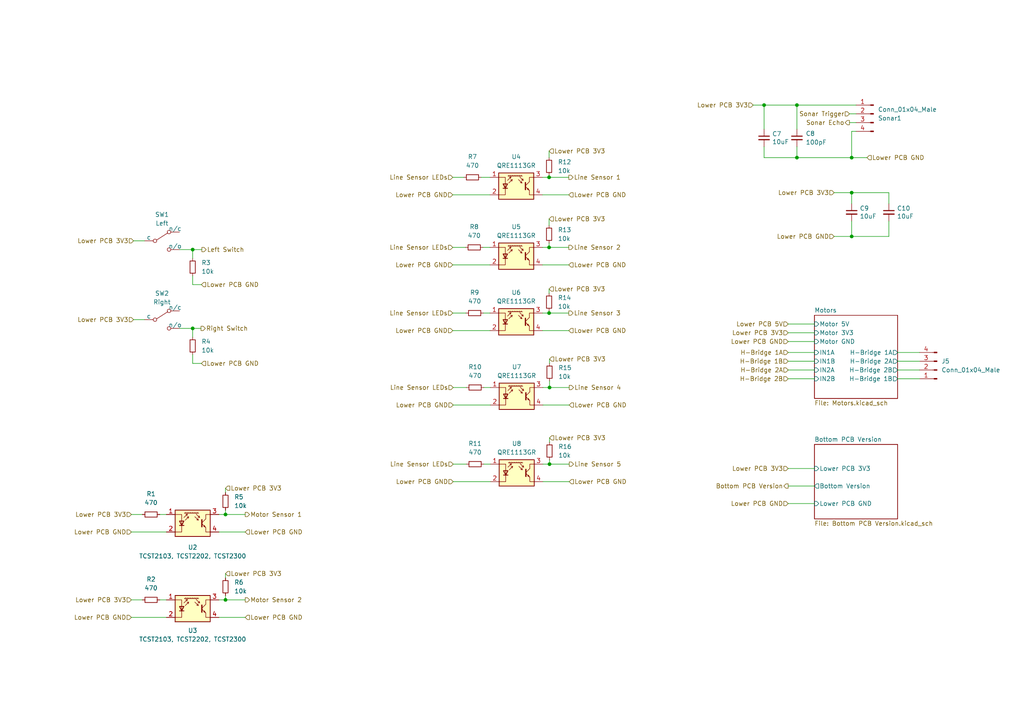
<source format=kicad_sch>
(kicad_sch (version 20210621) (generator eeschema)
  (paper "A4")
  (title_block (title "Swarmbot") (date "2021-11-21") (rev "0.2") (company "Squashed Fly") (comment 1 "Design by Philip McGaw"))
  (lib_symbols
    (symbol "Connector:Conn_01x04_Male" (pin_names (offset 1.016) hide)
      (property "Reference" "J" (at 0 5.08 0))
      (property "Value" "Conn_01x04_Male" (at 0 -7.62 0))
      (symbol "Conn_01x04_Male_1_1"
        (polyline (pts (xy 1.27 -5.08) (xy 0.8636 -5.08)) (stroke (width 0.1524)))
        (polyline (pts (xy 1.27 -2.54) (xy 0.8636 -2.54)) (stroke (width 0.1524)))
        (polyline (pts (xy 1.27 0) (xy 0.8636 0)) (stroke (width 0.1524)))
        (polyline (pts (xy 1.27 2.54) (xy 0.8636 2.54)) (stroke (width 0.1524)))
        (rectangle (start 0.8636 -4.953) (end 0 -5.207) (stroke (width 0.1524)) (fill (type outline)))
        (rectangle (start 0.8636 -2.413) (end 0 -2.667) (stroke (width 0.1524)) (fill (type outline)))
        (rectangle (start 0.8636 0.127) (end 0 -0.127) (stroke (width 0.1524)) (fill (type outline)))
        (rectangle (start 0.8636 2.667) (end 0 2.413) (stroke (width 0.1524)) (fill (type outline)))
        (pin passive line (at 5.08 2.54 180) (length 3.81) (name "Pin_1") (number "1"))
        (pin passive line (at 5.08 0 180) (length 3.81) (name "Pin_2") (number "2"))
        (pin passive line (at 5.08 -2.54 180) (length 3.81) (name "Pin_3") (number "3"))
        (pin passive line (at 5.08 -5.08 180) (length 3.81) (name "Pin_4") (number "4"))
      )
    )
    (symbol "DF-M Series Micro Switches:DF-M_Series_Micro_Switch" (pin_numbers hide) (pin_names (offset 0))
      (property "Reference" "SW" (at 0 4.318 0))
      (property "Value" "DF-M_Series_Micro_Switch" (at 0 -5.08 0))
      (symbol "DF-M_Series_Micro_Switch_0_0"
        (circle (center -2.032 0) (radius 0.508))
        (circle (center 2.032 -2.54) (radius 0.508))
      )
      (symbol "DF-M_Series_Micro_Switch_0_1"
        (polyline (pts (xy -1.524 0.254) (xy 1.651 2.286)))
        (circle (center 2.032 2.54) (radius 0.508))
      )
      (symbol "DF-M_Series_Micro_Switch_1_1"
        (pin passive line (at -5.08 0 0) (length 2.54) (name "c") (number "1"))
        (pin passive line (at 5.08 -2.54 180) (length 2.54) (name "n/o") (number "2"))
        (pin passive line (at 5.08 2.54 180) (length 2.54) (name "n/c") (number "3"))
      )
    )
    (symbol "Device:C_Small" (pin_numbers hide) (pin_names (offset 0.254) hide)
      (property "Reference" "C" (at 0.254 1.778 0))
      (property "Value" "C_Small" (at 0.254 -2.032 0))
      (symbol "C_Small_0_1"
        (polyline (pts (xy -1.524 -0.508) (xy 1.524 -0.508)) (stroke (width 0.3302)))
        (polyline (pts (xy -1.524 0.508) (xy 1.524 0.508)) (stroke (width 0.3048)))
      )
      (symbol "C_Small_1_1"
        (pin passive line (at 0 2.54 270) (length 2.032) (name "~") (number "1"))
        (pin passive line (at 0 -2.54 90) (length 2.032) (name "~") (number "2"))
      )
    )
    (symbol "Device:R_Small" (pin_numbers hide) (pin_names (offset 0.254) hide)
      (property "Reference" "R" (at 0.762 0.508 0))
      (property "Value" "R_Small" (at 0.762 -1.016 0))
      (symbol "R_Small_0_1"
        (rectangle (start -0.762 1.778) (end 0.762 -1.778) (stroke (width 0.2032)))
      )
      (symbol "R_Small_1_1"
        (pin passive line (at 0 2.54 270) (length 0.762) (name "~") (number "1"))
        (pin passive line (at 0 -2.54 90) (length 0.762) (name "~") (number "2"))
      )
    )
    (symbol "Sensor_Proximity:QRE1113GR" (pin_names (offset 0.0254) hide)
      (property "Reference" "U" (at -3.81 5.08 0))
      (property "Value" "QRE1113GR" (at 11.43 5.08 0))
      (symbol "QRE1113GR_0_1"
        (polyline (pts (xy -3.81 -0.635) (xy -2.54 -0.635)) (stroke (width 0.254)))
        (polyline (pts (xy -2.286 2.921) (xy -2.032 3.175)))
        (polyline (pts (xy -1.778 2.921) (xy -1.524 3.175)))
        (polyline (pts (xy -1.524 2.667) (xy -1.651 2.159)))
        (polyline (pts (xy -1.27 2.921) (xy -1.016 3.175)))
        (polyline (pts (xy -1.143 1.905) (xy -1.27 1.397)))
        (polyline (pts (xy -0.762 2.921) (xy -0.508 3.175)))
        (polyline (pts (xy -0.254 2.921) (xy 0 3.175)))
        (polyline (pts (xy 0.254 2.921) (xy 0.508 3.175)))
        (polyline (pts (xy 0.762 2.921) (xy 1.016 3.175)))
        (polyline (pts (xy 1.27 2.921) (xy 1.524 3.175)))
        (polyline (pts (xy 1.651 0.889) (xy 1.143 1.016)))
        (polyline (pts (xy 1.778 2.921) (xy -2.413 2.921)))
        (polyline (pts (xy 2.032 1.651) (xy 1.524 1.778)))
        (polyline (pts (xy 2.667 -0.127) (xy 3.81 -1.27)))
        (polyline (pts (xy 2.667 0.127) (xy 3.81 1.27)))
        (polyline (pts (xy -2.54 1.651) (xy -1.524 2.667) (xy -2.032 2.54)))
        (polyline (pts (xy -2.159 0.889) (xy -1.143 1.905) (xy -1.651 1.778)))
        (polyline (pts (xy 0.635 1.905) (xy 1.651 0.889) (xy 1.524 1.397)))
        (polyline (pts (xy 1.016 2.667) (xy 2.032 1.651) (xy 1.905 2.159)))
        (polyline (pts (xy 2.667 1.016) (xy 2.667 -1.016) (xy 2.667 -1.016)) (stroke (width 0.3556)))
        (polyline (pts (xy 3.81 -1.27) (xy 3.81 -2.54) (xy 5.08 -2.54)))
        (polyline (pts (xy 3.81 1.27) (xy 3.81 2.54) (xy 5.08 2.54)))
        (polyline (pts (xy -5.08 -2.54) (xy -3.175 -2.54) (xy -3.175 2.54) (xy -5.08 2.54)))
        (polyline (pts (xy -3.175 -0.635) (xy -3.81 0.635) (xy -2.54 0.635) (xy -3.175 -0.635)) (stroke (width 0.254)))
        (polyline (pts (xy 3.683 -1.143) (xy 3.429 -0.635) (xy 3.175 -0.889) (xy 3.683 -1.143)))
        (polyline (pts (xy -5.08 -3.81) (xy 5.08 -3.81) (xy 5.08 3.81) (xy -5.08 3.81) (xy -5.08 -3.81)) (stroke (width 0.254)) (fill (type background)))
      )
      (symbol "QRE1113GR_1_1"
        (pin passive line (at -7.62 2.54 0) (length 2.54) (name "A") (number "1"))
        (pin passive line (at -7.62 -2.54 0) (length 2.54) (name "K") (number "2"))
        (pin open_collector line (at 7.62 2.54 180) (length 2.54) (name "~") (number "3"))
        (pin open_emitter line (at 7.62 -2.54 180) (length 2.54) (name "~") (number "4"))
      )
    )
  )
  (junction (at 65.405 173.99))
  (junction (at 159.258 71.755))
  (junction (at 55.88 72.39))
  (junction (at 159.258 51.435))
  (junction (at 159.385 112.395))
  (junction (at 221.615 30.48))
  (junction (at 231.14 30.48))
  (junction (at 247.015 68.58))
  (junction (at 247.015 55.88))
  (junction (at 159.258 90.805))
  (junction (at 65.405 149.225))
  (junction (at 231.14 45.72))
  (junction (at 55.88 95.25))
  (junction (at 159.385 134.62))
  (junction (at 247.015 45.72))
  (wire (pts (xy 247.015 38.1) (xy 247.015 45.72)))
  (wire (pts (xy 131.318 76.835) (xy 142.113 76.835)))
  (wire (pts (xy 257.81 64.135) (xy 257.81 68.58)))
  (wire (pts (xy 159.258 63.5) (xy 159.258 65.405)))
  (wire (pts (xy 246.38 35.56) (xy 248.285 35.56)))
  (wire (pts (xy 247.015 64.135) (xy 247.015 68.58)))
  (wire (pts (xy 157.48 112.395) (xy 159.385 112.395)))
  (wire (pts (xy 159.385 112.395) (xy 165.1 112.395)))
  (wire (pts (xy 257.81 55.88) (xy 257.81 59.055)))
  (wire (pts (xy 157.353 95.885) (xy 164.973 95.885)))
  (wire (pts (xy 65.405 141.605) (xy 65.405 142.875)))
  (wire (pts (xy 139.573 51.435) (xy 142.113 51.435)))
  (wire (pts (xy 157.353 51.435) (xy 159.258 51.435)))
  (wire (pts (xy 159.258 51.435) (xy 164.973 51.435)))
  (wire (pts (xy 247.015 45.72) (xy 251.46 45.72)))
  (wire (pts (xy 231.14 45.72) (xy 247.015 45.72)))
  (wire (pts (xy 131.318 56.515) (xy 142.113 56.515)))
  (wire (pts (xy 236.22 102.235) (xy 228.6 102.235)))
  (wire (pts (xy 260.35 104.775) (xy 266.7 104.775)))
  (wire (pts (xy 38.1 154.305) (xy 48.26 154.305)))
  (wire (pts (xy 159.258 70.485) (xy 159.258 71.755)))
  (wire (pts (xy 140.335 134.62) (xy 142.24 134.62)))
  (wire (pts (xy 159.385 134.62) (xy 165.1 134.62)))
  (wire (pts (xy 221.615 45.72) (xy 231.14 45.72)))
  (wire (pts (xy 221.615 42.545) (xy 221.615 45.72)))
  (wire (pts (xy 231.14 42.545) (xy 231.14 45.72)))
  (wire (pts (xy 38.735 69.85) (xy 41.91 69.85)))
  (wire (pts (xy 131.318 95.885) (xy 142.113 95.885)))
  (wire (pts (xy 159.385 105.41) (xy 159.385 104.14)))
  (wire (pts (xy 38.735 92.71) (xy 41.91 92.71)))
  (wire (pts (xy 247.015 55.88) (xy 247.015 59.055)))
  (wire (pts (xy 159.258 83.82) (xy 159.258 85.09)))
  (wire (pts (xy 65.405 173.99) (xy 71.12 173.99)))
  (wire (pts (xy 157.48 139.7) (xy 165.1 139.7)))
  (wire (pts (xy 55.88 95.25) (xy 55.88 97.79)))
  (wire (pts (xy 38.1 149.225) (xy 41.275 149.225)))
  (wire (pts (xy 131.318 71.755) (xy 135.001 71.755)))
  (wire (pts (xy 236.22 109.855) (xy 228.6 109.855)))
  (wire (pts (xy 55.88 72.39) (xy 55.88 74.93)))
  (wire (pts (xy 65.405 147.955) (xy 65.405 149.225)))
  (wire (pts (xy 231.14 30.48) (xy 231.14 37.465)))
  (wire (pts (xy 157.48 117.475) (xy 165.1 117.475)))
  (wire (pts (xy 159.385 127) (xy 159.385 128.27)))
  (wire (pts (xy 157.48 134.62) (xy 159.385 134.62)))
  (wire (pts (xy 46.355 173.99) (xy 48.26 173.99)))
  (wire (pts (xy 218.44 30.48) (xy 221.615 30.48)))
  (wire (pts (xy 58.42 82.55) (xy 55.88 82.55)))
  (wire (pts (xy 55.88 82.55) (xy 55.88 80.01)))
  (wire (pts (xy 236.22 107.315) (xy 228.6 107.315)))
  (wire (pts (xy 221.615 30.48) (xy 221.615 37.465)))
  (wire (pts (xy 63.5 179.07) (xy 71.12 179.07)))
  (wire (pts (xy 157.353 76.835) (xy 164.973 76.835)))
  (wire (pts (xy 228.6 135.89) (xy 236.22 135.89)))
  (wire (pts (xy 221.615 30.48) (xy 231.14 30.48)))
  (wire (pts (xy 231.14 30.48) (xy 248.285 30.48)))
  (wire (pts (xy 228.6 96.52) (xy 236.22 96.52)))
  (wire (pts (xy 131.445 117.475) (xy 142.24 117.475)))
  (wire (pts (xy 131.445 134.62) (xy 135.255 134.62)))
  (wire (pts (xy 140.081 71.755) (xy 142.113 71.755)))
  (wire (pts (xy 159.258 71.755) (xy 164.973 71.755)))
  (wire (pts (xy 157.353 71.755) (xy 159.258 71.755)))
  (wire (pts (xy 63.5 173.99) (xy 65.405 173.99)))
  (wire (pts (xy 65.405 166.37) (xy 65.405 167.64)))
  (wire (pts (xy 246.38 33.02) (xy 248.285 33.02)))
  (wire (pts (xy 63.5 154.305) (xy 71.12 154.305)))
  (wire (pts (xy 55.88 95.25) (xy 58.293 95.25)))
  (wire (pts (xy 52.07 95.25) (xy 55.88 95.25)))
  (wire (pts (xy 228.6 146.05) (xy 236.22 146.05)))
  (wire (pts (xy 159.385 133.35) (xy 159.385 134.62)))
  (wire (pts (xy 247.015 55.88) (xy 257.81 55.88)))
  (wire (pts (xy 241.935 55.88) (xy 247.015 55.88)))
  (wire (pts (xy 46.355 149.225) (xy 48.26 149.225)))
  (wire (pts (xy 55.88 105.41) (xy 55.88 102.87)))
  (wire (pts (xy 58.42 105.41) (xy 55.88 105.41)))
  (wire (pts (xy 159.258 90.805) (xy 164.973 90.805)))
  (wire (pts (xy 157.353 90.805) (xy 159.258 90.805)))
  (wire (pts (xy 157.353 56.515) (xy 164.973 56.515)))
  (wire (pts (xy 228.6 140.97) (xy 236.22 140.97)))
  (wire (pts (xy 131.445 112.395) (xy 135.255 112.395)))
  (wire (pts (xy 260.35 107.315) (xy 266.7 107.315)))
  (wire (pts (xy 131.318 51.435) (xy 134.493 51.435)))
  (wire (pts (xy 159.385 110.49) (xy 159.385 112.395)))
  (wire (pts (xy 63.5 149.225) (xy 65.405 149.225)))
  (wire (pts (xy 65.405 149.225) (xy 71.12 149.225)))
  (wire (pts (xy 131.318 90.805) (xy 135.128 90.805)))
  (wire (pts (xy 52.07 72.39) (xy 55.88 72.39)))
  (wire (pts (xy 55.88 72.39) (xy 58.547 72.39)))
  (wire (pts (xy 228.6 93.98) (xy 236.22 93.98)))
  (wire (pts (xy 159.258 43.815) (xy 159.258 45.72)))
  (wire (pts (xy 159.258 90.17) (xy 159.258 90.805)))
  (wire (pts (xy 241.935 68.58) (xy 247.015 68.58)))
  (wire (pts (xy 140.335 112.395) (xy 142.24 112.395)))
  (wire (pts (xy 247.015 38.1) (xy 248.285 38.1)))
  (wire (pts (xy 260.35 102.235) (xy 266.7 102.235)))
  (wire (pts (xy 131.445 139.7) (xy 142.24 139.7)))
  (wire (pts (xy 228.6 99.06) (xy 236.22 99.06)))
  (wire (pts (xy 140.208 90.805) (xy 142.113 90.805)))
  (wire (pts (xy 38.1 173.99) (xy 41.275 173.99)))
  (wire (pts (xy 65.405 172.72) (xy 65.405 173.99)))
  (wire (pts (xy 236.22 104.775) (xy 228.6 104.775)))
  (wire (pts (xy 159.258 50.8) (xy 159.258 51.435)))
  (wire (pts (xy 247.015 68.58) (xy 257.81 68.58)))
  (wire (pts (xy 260.35 109.855) (xy 266.7 109.855)))
  (wire (pts (xy 38.1 179.07) (xy 48.26 179.07)))
  (hierarchical_label "Lower PCB GND" (shape input) (at 58.42 105.41 0))
  (hierarchical_label "Lower PCB 3V3" (shape input) (at 159.385 127 0))
  (hierarchical_label "Lower PCB GND" (shape input) (at 165.1 117.475 0))
  (hierarchical_label "Left Switch" (shape output) (at 58.547 72.39 0))
  (hierarchical_label "Lower PCB 3V3" (shape input) (at 159.258 43.815 0))
  (hierarchical_label "Lower PCB GND" (shape input) (at 38.1 179.07 180))
  (hierarchical_label "Lower PCB 3V3" (shape input) (at 159.385 104.14 0))
  (hierarchical_label "Sonar Echo" (shape output) (at 246.38 35.56 180))
  (hierarchical_label "Lower PCB GND" (shape input) (at 71.12 154.305 0))
  (hierarchical_label "Line Sensor LEDs" (shape input) (at 131.445 134.62 180))
  (hierarchical_label "Lower PCB GND" (shape input) (at 38.1 154.305 180))
  (hierarchical_label "Lower PCB 3V3" (shape input) (at 38.1 149.225 180))
  (hierarchical_label "Lower PCB 3V3" (shape input) (at 228.6 135.89 180))
  (hierarchical_label "H-Bridge 1A" (shape input) (at 228.6 102.235 180))
  (hierarchical_label "Lower PCB 5V" (shape input) (at 228.6 93.98 180))
  (hierarchical_label "Lower PCB 3V3" (shape input) (at 38.735 92.71 180))
  (hierarchical_label "Lower PCB GND" (shape input) (at 71.12 179.07 0))
  (hierarchical_label "Lower PCB GND" (shape input) (at 131.445 117.475 180))
  (hierarchical_label "Lower PCB 3V3" (shape input) (at 65.405 141.605 0))
  (hierarchical_label "Line Sensor 4" (shape output) (at 165.1 112.395 0))
  (hierarchical_label "Lower PCB GND" (shape input) (at 131.318 56.515 180))
  (hierarchical_label "Line Sensor LEDs" (shape input) (at 131.318 71.755 180))
  (hierarchical_label "Lower PCB GND" (shape input) (at 228.6 146.05 180))
  (hierarchical_label "Motor Sensor 1" (shape output) (at 71.12 149.225 0))
  (hierarchical_label "H-Bridge 2B" (shape input) (at 228.6 109.855 180))
  (hierarchical_label "Lower PCB 3V3" (shape input) (at 65.405 166.37 0))
  (hierarchical_label "H-Bridge 2A" (shape input) (at 228.6 107.315 180))
  (hierarchical_label "Lower PCB GND" (shape input) (at 241.935 68.58 180))
  (hierarchical_label "Sonar Trigger" (shape input) (at 246.38 33.02 180))
  (hierarchical_label "Lower PCB GND" (shape input) (at 131.318 76.835 180))
  (hierarchical_label "Line Sensor 1" (shape output) (at 164.973 51.435 0))
  (hierarchical_label "Lower PCB GND" (shape input) (at 164.973 95.885 0))
  (hierarchical_label "Bottom PCB Version" (shape output) (at 228.6 140.97 180))
  (hierarchical_label "Lower PCB GND" (shape input) (at 165.1 139.7 0))
  (hierarchical_label "Lower PCB GND" (shape input) (at 251.46 45.72 0))
  (hierarchical_label "Line Sensor LEDs" (shape input) (at 131.318 51.435 180))
  (hierarchical_label "Lower PCB 3V3" (shape input) (at 218.44 30.48 180))
  (hierarchical_label "H-Bridge 1B" (shape input) (at 228.6 104.775 180))
  (hierarchical_label "Lower PCB GND" (shape input) (at 131.318 95.885 180))
  (hierarchical_label "Lower PCB 3V3" (shape input) (at 228.6 96.52 180))
  (hierarchical_label "Lower PCB GND" (shape input) (at 131.445 139.7 180))
  (hierarchical_label "Line Sensor 5" (shape output) (at 165.1 134.62 0))
  (hierarchical_label "Line Sensor LEDs" (shape input) (at 131.318 90.805 180))
  (hierarchical_label "Lower PCB GND" (shape input) (at 58.42 82.55 0))
  (hierarchical_label "Lower PCB GND" (shape input) (at 164.973 76.835 0))
  (hierarchical_label "Lower PCB 3V3" (shape input) (at 159.258 63.5 0))
  (hierarchical_label "Lower PCB GND" (shape input) (at 164.973 56.515 0))
  (hierarchical_label "Line Sensor 3" (shape output) (at 164.973 90.805 0))
  (hierarchical_label "Line Sensor 2" (shape output) (at 164.973 71.755 0))
  (hierarchical_label "Right Switch" (shape output) (at 58.293 95.25 0))
  (hierarchical_label "Lower PCB 3V3" (shape input) (at 241.935 55.88 180))
  (hierarchical_label "Motor Sensor 2" (shape output) (at 71.12 173.99 0))
  (hierarchical_label "Lower PCB GND" (shape input) (at 228.6 99.06 180))
  (hierarchical_label "Lower PCB 3V3" (shape input) (at 159.258 83.82 0))
  (hierarchical_label "Line Sensor LEDs" (shape input) (at 131.445 112.395 180))
  (hierarchical_label "Lower PCB 3V3" (shape input) (at 38.735 69.85 180))
  (hierarchical_label "Lower PCB 3V3" (shape input) (at 38.1 173.99 180))
  (symbol (lib_id "Device:R_Small") (at 159.258 87.63 0) (unit 1)
    (property "Reference" "R14" (at 161.798 86.3599 0) (effects (justify left)))
    (property "Value" "10k" (at 161.798 88.8999 0) (effects (justify left)))
    (property "Footprint" "Resistor_SMD:R_0805_2012Metric_Pad1.20x1.40mm_HandSolder" (effects hide))
  )
  (symbol (lib_id "Device:C_Small") (at 221.615 40.005 0) (unit 1)
    (property "Reference" "C7" (at 223.9518 38.8366 0) (effects (justify left)))
    (property "Value" "10uF" (at 223.9518 41.148 0) (effects (justify left)))
    (property "Footprint" "Capacitor_SMD:C_0805_2012Metric_Pad1.18x1.45mm_HandSolder" (effects hide))
  )
  (symbol (lib_id "Sensor_Proximity:QRE1113GR") (at 149.733 53.975 0) (unit 1)
    (property "Reference" "U4" (at 149.733 45.466 0))
    (property "Value" "QRE1113GR" (at 149.733 48.006 0))
    (property "Footprint" "OptoDevice:OnSemi_CASE100CY" (effects hide))
    (property "Datasheet" "http://www.onsemi.com/pub/Collateral/QRE1113-D.PDF" (effects hide))
  )
  (symbol (lib_id "Sensor_Proximity:QRE1113GR") (at 149.86 114.935 0) (unit 1)
    (property "Reference" "U7" (at 149.86 106.426 0))
    (property "Value" "QRE1113GR" (at 149.86 108.966 0))
    (property "Footprint" "OptoDevice:OnSemi_CASE100CY" (effects hide))
    (property "Datasheet" "http://www.onsemi.com/pub/Collateral/QRE1113-D.PDF" (effects hide))
  )
  (symbol (lib_id "Device:R_Small") (at 43.815 149.225 90) (unit 1)
    (property "Reference" "R1" (at 43.815 143.256 90))
    (property "Value" "470" (at 43.815 145.796 90))
    (property "Footprint" "Resistor_SMD:R_0805_2012Metric_Pad1.20x1.40mm_HandSolder" (effects hide))
  )
  (symbol (lib_id "Device:C_Small") (at 257.81 61.595 0) (unit 1)
    (property "Reference" "C10" (at 260.1468 60.4266 0) (effects (justify left)))
    (property "Value" "10uF" (at 260.1468 62.738 0) (effects (justify left)))
    (property "Footprint" "Capacitor_SMD:C_0805_2012Metric_Pad1.18x1.45mm_HandSolder" (effects hide))
  )
  (symbol (lib_id "Device:R_Small") (at 137.795 134.62 90) (unit 1)
    (property "Reference" "R11" (at 137.795 128.651 90))
    (property "Value" "470" (at 137.795 131.191 90))
    (property "Footprint" "Resistor_SMD:R_0805_2012Metric_Pad1.20x1.40mm_HandSolder" (effects hide))
  )
  (symbol (lib_id "Sensor_Proximity:QRE1113GR") (at 149.733 74.295 0) (unit 1)
    (property "Reference" "U5" (at 149.733 65.786 0))
    (property "Value" "QRE1113GR" (at 149.733 68.326 0))
    (property "Footprint" "OptoDevice:OnSemi_CASE100CY" (effects hide))
    (property "Datasheet" "http://www.onsemi.com/pub/Collateral/QRE1113-D.PDF" (effects hide))
  )
  (symbol (lib_id "Device:R_Small") (at 159.258 48.26 0) (unit 1)
    (property "Reference" "R12" (at 161.798 46.9899 0) (effects (justify left)))
    (property "Value" "10k" (at 161.798 49.5299 0) (effects (justify left)))
    (property "Footprint" "Resistor_SMD:R_0805_2012Metric_Pad1.20x1.40mm_HandSolder" (effects hide))
  )
  (symbol (lib_id "Device:R_Small") (at 159.385 107.95 0) (unit 1)
    (property "Reference" "R15" (at 161.925 106.6799 0) (effects (justify left)))
    (property "Value" "10k" (at 161.925 109.2199 0) (effects (justify left)))
    (property "Footprint" "Resistor_SMD:R_0805_2012Metric_Pad1.20x1.40mm_HandSolder" (effects hide))
  )
  (symbol (lib_id "Device:R_Small") (at 65.405 170.18 0) (unit 1)
    (property "Reference" "R6" (at 67.945 168.9099 0) (effects (justify left)))
    (property "Value" "10k" (at 67.945 171.4499 0) (effects (justify left)))
    (property "Footprint" "Resistor_SMD:R_0805_2012Metric_Pad1.20x1.40mm_HandSolder" (effects hide))
  )
  (symbol (lib_id "Sensor_Proximity:QRE1113GR") (at 55.88 151.765 0) (unit 1)
    (property "Reference" "U2" (at 55.88 158.75 0))
    (property "Value" "TCST2103, TCST2202, TCST2300" (at 55.88 161.29 0))
    (property "Datasheet" "http://www.onsemi.com/pub/Collateral/QRE1113-D.PDF" (effects hide))
  )
  (symbol (lib_id "Device:R_Small") (at 137.033 51.435 90) (unit 1)
    (property "Reference" "R7" (at 137.033 45.466 90))
    (property "Value" "470" (at 137.033 48.006 90))
    (property "Footprint" "Resistor_SMD:R_0805_2012Metric_Pad1.20x1.40mm_HandSolder" (effects hide))
  )
  (symbol (lib_id "Device:C_Small") (at 247.015 61.595 0) (unit 1)
    (property "Reference" "C9" (at 249.3518 60.4266 0) (effects (justify left)))
    (property "Value" "10uF" (at 249.3518 62.738 0) (effects (justify left)))
    (property "Footprint" "Capacitor_SMD:C_0805_2012Metric_Pad1.18x1.45mm_HandSolder" (effects hide))
  )
  (symbol (lib_id "Device:R_Small") (at 55.88 77.47 0) (unit 1)
    (property "Reference" "R3" (at 58.42 76.1999 0) (effects (justify left)))
    (property "Value" "10k" (at 58.42 78.7399 0) (effects (justify left)))
    (property "Footprint" "Resistor_SMD:R_0805_2012Metric_Pad1.20x1.40mm_HandSolder" (effects hide))
  )
  (symbol (lib_id "Sensor_Proximity:QRE1113GR") (at 149.733 93.345 0) (unit 1)
    (property "Reference" "U6" (at 149.733 84.836 0))
    (property "Value" "QRE1113GR" (at 149.733 87.376 0))
    (property "Footprint" "OptoDevice:OnSemi_CASE100CY" (effects hide))
    (property "Datasheet" "http://www.onsemi.com/pub/Collateral/QRE1113-D.PDF" (effects hide))
  )
  (symbol (lib_id "Sensor_Proximity:QRE1113GR") (at 55.88 176.53 0) (unit 1)
    (property "Reference" "U3" (at 55.88 182.88 0))
    (property "Value" "TCST2103, TCST2202, TCST2300" (at 55.88 185.42 0))
    (property "Datasheet" "http://www.onsemi.com/pub/Collateral/QRE1113-D.PDF" (effects hide))
  )
  (symbol (lib_id "Device:R_Small") (at 159.258 67.945 0) (unit 1)
    (property "Reference" "R13" (at 161.798 66.6749 0) (effects (justify left)))
    (property "Value" "10k" (at 161.798 69.2149 0) (effects (justify left)))
    (property "Footprint" "Resistor_SMD:R_0805_2012Metric_Pad1.20x1.40mm_HandSolder" (effects hide))
  )
  (symbol (lib_id "Sensor_Proximity:QRE1113GR") (at 149.86 137.16 0) (unit 1)
    (property "Reference" "U8" (at 149.86 128.651 0))
    (property "Value" "QRE1113GR" (at 149.86 131.191 0))
    (property "Footprint" "OptoDevice:OnSemi_CASE100CY" (effects hide))
    (property "Datasheet" "http://www.onsemi.com/pub/Collateral/QRE1113-D.PDF" (effects hide))
  )
  (symbol (lib_id "DF-M Series Micro Switches:DF-M_Series_Micro_Switch") (at 46.99 69.85 0) (unit 1)
    (property "Reference" "SW1" (at 46.99 62.23 0))
    (property "Value" "Left" (at 46.99 64.77 0))
    (property "Footprint" "DF-M Series Micro Switches:TypeD" (effects hide))
  )
  (symbol (lib_id "Device:R_Small") (at 159.385 130.81 0) (unit 1)
    (property "Reference" "R16" (at 161.925 129.5399 0) (effects (justify left)))
    (property "Value" "10k" (at 161.925 132.0799 0) (effects (justify left)))
    (property "Footprint" "Resistor_SMD:R_0805_2012Metric_Pad1.20x1.40mm_HandSolder" (effects hide))
  )
  (symbol (lib_id "DF-M Series Micro Switches:DF-M_Series_Micro_Switch") (at 46.99 92.71 0) (unit 1)
    (property "Reference" "SW2" (at 46.99 85.09 0))
    (property "Value" "Right" (at 46.99 87.63 0))
    (property "Footprint" "DF-M Series Micro Switches:TypeC" (effects hide))
  )
  (symbol (lib_id "Device:R_Small") (at 137.795 112.395 90) (unit 1)
    (property "Reference" "R10" (at 137.795 106.426 90))
    (property "Value" "470" (at 137.795 108.966 90))
    (property "Footprint" "Resistor_SMD:R_0805_2012Metric_Pad1.20x1.40mm_HandSolder" (effects hide))
  )
  (symbol (lib_id "Device:R_Small") (at 65.405 145.415 0) (unit 1)
    (property "Reference" "R5" (at 67.945 144.1449 0) (effects (justify left)))
    (property "Value" "10k" (at 67.945 146.6849 0) (effects (justify left)))
    (property "Footprint" "Resistor_SMD:R_0805_2012Metric_Pad1.20x1.40mm_HandSolder" (effects hide))
  )
  (symbol (lib_id "Connector:Conn_01x04_Male") (at 253.365 33.02 0) (mirror y) (unit 1)
    (property "Reference" "Sonar1" (at 254.635 34.2901 0) (effects (justify right)))
    (property "Value" "Conn_01x04_Male" (at 254.635 31.7501 0) (effects (justify right)))
    (property "Footprint" "Connector_PinSocket_2.54mm:PinSocket_1x04_P2.54mm_Vertical" (effects hide))
  )
  (symbol (lib_id "Connector:Conn_01x04_Male") (at 271.78 107.315 180) (unit 1)
    (property "Reference" "J5" (at 273.05 104.7749 0) (effects (justify right)))
    (property "Value" "Conn_01x04_Male" (at 273.05 107.3149 0) (effects (justify right)))
    (property "Footprint" "Connector_JST:JST_PH_B4B-PH-K_1x04_P2.00mm_Vertical" (effects hide))
  )
  (symbol (lib_id "Device:R_Small") (at 55.88 100.33 0) (unit 1)
    (property "Reference" "R4" (at 58.42 99.0599 0) (effects (justify left)))
    (property "Value" "10k" (at 58.42 101.5999 0) (effects (justify left)))
    (property "Footprint" "Resistor_SMD:R_0805_2012Metric_Pad1.20x1.40mm_HandSolder" (effects hide))
  )
  (symbol (lib_id "Device:R_Small") (at 137.541 71.755 90) (unit 1)
    (property "Reference" "R8" (at 137.541 65.786 90))
    (property "Value" "470" (at 137.541 68.326 90))
    (property "Footprint" "Resistor_SMD:R_0805_2012Metric_Pad1.20x1.40mm_HandSolder" (effects hide))
  )
  (symbol (lib_id "Device:R_Small") (at 43.815 173.99 90) (unit 1)
    (property "Reference" "R2" (at 43.815 168.021 90))
    (property "Value" "470" (at 43.815 170.561 90))
    (property "Footprint" "Resistor_SMD:R_0805_2012Metric_Pad1.20x1.40mm_HandSolder" (effects hide))
  )
  (symbol (lib_id "Device:R_Small") (at 137.668 90.805 90) (unit 1)
    (property "Reference" "R9" (at 137.668 84.836 90))
    (property "Value" "470" (at 137.668 87.376 90))
    (property "Footprint" "Resistor_SMD:R_0805_2012Metric_Pad1.20x1.40mm_HandSolder" (effects hide))
  )
  (symbol (lib_id "Device:C_Small") (at 231.14 40.005 0) (unit 1)
    (property "Reference" "C8" (at 233.68 38.7349 0) (effects (justify left)))
    (property "Value" "100pF" (at 233.68 41.2749 0) (effects (justify left)))
    (property "Footprint" "Capacitor_SMD:C_0805_2012Metric_Pad1.18x1.45mm_HandSolder" (effects hide))
  )
  (sheet (at 236.22 91.44) (size 24.13 24.13) (stroke (width 0.1524))
    (property "Sheet name" "Motors" (at 236.22 90.7284 0) (effects (justify left bottom)))
    (property "Sheet file" "Motors.kicad_sch" (at 236.22 116.1546 0) (effects (justify left top)))
    (pin "IN1A" input (at 236.22 102.235 180))
    (pin "IN1B" input (at 236.22 104.775 180))
    (pin "IN2A" input (at 236.22 107.315 180))
    (pin "IN2B" input (at 236.22 109.855 180))
    (pin "H-Bridge 1A" output (at 260.35 102.235 0))
    (pin "H-Bridge 2B" output (at 260.35 107.315 0))
    (pin "H-Bridge 1B" output (at 260.35 109.855 0))
    (pin "H-Bridge 2A" output (at 260.35 104.775 0))
    (pin "Motor 3V3" input (at 236.22 96.52 180))
    (pin "Motor 5V" input (at 236.22 93.98 180))
    (pin "Motor GND" input (at 236.22 99.06 180))
  )
  (sheet (at 236.22 128.905) (size 24.13 21.59) (stroke (width 0.1524))
    (property "Sheet name" "Bottom PCB Version" (at 236.22 128.1934 0) (effects (justify left bottom)))
    (property "Sheet file" "Bottom PCB Version.kicad_sch" (at 236.22 151.0796 0) (effects (justify left top)))
    (pin "Bottom Version" output (at 236.22 140.97 180))
    (pin "Lower PCB GND" input (at 236.22 146.05 180))
    (pin "Lower PCB 3V3" input (at 236.22 135.89 180))
  )
)
</source>
